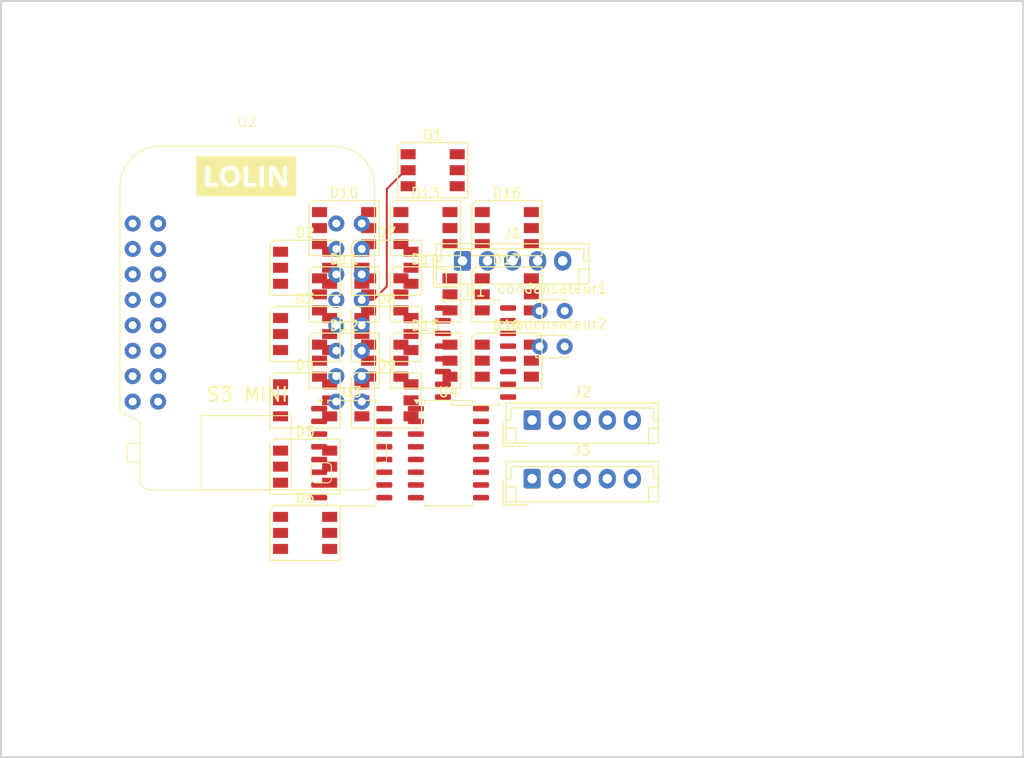
<source format=kicad_pcb>
(kicad_pcb (version 20241229) (generator "pcbnew") (generator_version "9.0")
  (layers (0 "F.Cu" signal) (2 "B.Cu" signal) (13 "F.Paste" user) (15 "B.Paste" user) (5 "F.SilkS" user "F.Silkscreen") (7 "B.SilkS" user "B.Silkscreen") (1 "F.Mask" user) (3 "B.Mask" user) (25 "Edge.Cuts" user))
  (net 0 "")
  (net 1 "GND")
  (net 2 "Net-(D1-DOUT)")
  (net 3 "Net-(D1-DIN)")
  (net 5 "Net-(D2-DOUT)")
  (net 10 "Net-(U2-GPIO15)")
  (net 11 "Net-(BT1--)")
  (net 13 "GPIO33")
  (net 15 "Net-(D10-DOUT)")
  (net 16 "Net-(D3-DOUT)")
  (net 20 "Net-(D4-DOUT)")
  (net 22 "Net-(D5-DOUT)")
  (net 29 "Net-(D6-DOUT)")
  (net 36 "Net-(D11-DOUT)")
  (net 38 "Net-(D7-DOUT)")
  (net 40 "Net-(D8-DOUT)")
  (net 46 "Net-(U1-O1)")
  (net 47 "Net-(U1-O4)")
  (net 48 "Net-(U1-O3)")
  (net 49 "Net-(U1-O2)")
  (net 50 "+5V")
  (net 51 "M1D")
  (net 55 "M1A")
  (net 56 "M1C")
  (net 60 "M1B")
  (net 62 "Net-(D12-DOUT)")
  (net 65 "Net-(D13-DOUT)")
  (net 68 "Net-(D14-DIN)")
  (net 70 "Net-(D14-DOUT)")
  (net 73 "Net-(D15-DOUT)")
  (net 78 "Net-(D17-DOUT)")
  (net 82 "Net-(U3-O1)")
  (net 83 "Net-(U3-O2)")
  (net 84 "Net-(U3-O3)")
  (net 85 "Net-(U3-O4)")
  (net 86 "Net-(U4-O1)")
  (net 87 "Net-(U4-O3)")
  (net 88 "Net-(U4-O2)")
  (net 89 "Net-(U4-O4)")
  (net 90 "Switch_Led_control_Down")
  (net 91 "M2A")
  (net 92 "M3C")
  (net 93 "M3B")
  (net 94 "Switch_motor_1_Down")
  (net 95 "M2B")
  (net 96 "Switch_motor_3_Down")
  (net 97 "Switch_motor_3_Up")
  (net 98 "WS2812_Led")
  (net 99 "Switch_motor_2_Up")
  (net 100 "Switch_motor_2_Down")
  (net 102 "Net-(BT1-+)")
  (net 103 "Switch_Led_control_Up")
  (net 104 "M3D")
  (net 106 "M2C")
  (net 107 "M3A")
  (net 108 "M2D")
  (net 109 "Switch_motor_1_Up")
  (footprint "LED_SMD:LED_WS2812_PLCC6_5.0x5.0mm_P1.6mm" (layer "F.Cu") (at 121.475 72.295)
    (property "Reference" "D17" (at 0 -3.5 0) (layer "F.SilkS"))
    (property "Value" "WS2812")
    (pad "1" smd rect (at -2.45 -1.6) (size 1.5 1) (layers "F.Cu" "F.Mask" "F.Paste") (net 78 "Net-(D17-DOUT)"))
    (pad "2" smd rect (at -2.45 0) (size 1.5 1) (layers "F.Cu" "F.Mask" "F.Paste") (net 70 "Net-(D14-DOUT)"))
    (pad "3" smd rect (at -2.45 1.6) (size 1.5 1) (layers "F.Cu" "F.Mask" "F.Paste"))
    (pad "4" smd rect (at 2.45 1.6) (size 1.5 1) (layers "F.Cu" "F.Mask" "F.Paste"))
    (pad "5" smd rect (at 2.45 0) (size 1.5 1) (layers "F.Cu" "F.Mask" "F.Paste") (net 50 "+5V"))
    (pad "6" smd rect (at 2.45 -1.6) (size 1.5 1) (layers "F.Cu" "F.Mask" "F.Paste") (net 1 "GND"))
  )
  (footprint "LED_SMD:LED_WS2812_PLCC6_5.0x5.0mm_P1.6mm" (layer "F.Cu") (at 101.345 82.875)
    (property "Reference" "D4" (at 0 -3.5 0) (layer "F.SilkS"))
    (property "Value" "WS2812")
    (pad "1" smd rect (at -2.45 -1.6) (size 1.5 1) (layers "F.Cu" "F.Mask" "F.Paste") (net 20 "Net-(D4-DOUT)"))
    (pad "2" smd rect (at -2.45 0) (size 1.5 1) (layers "F.Cu" "F.Mask" "F.Paste") (net 16 "Net-(D3-DOUT)"))
    (pad "3" smd rect (at -2.45 1.6) (size 1.5 1) (layers "F.Cu" "F.Mask" "F.Paste"))
    (pad "4" smd rect (at 2.45 1.6) (size 1.5 1) (layers "F.Cu" "F.Mask" "F.Paste"))
    (pad "5" smd rect (at 2.45 0) (size 1.5 1) (layers "F.Cu" "F.Mask" "F.Paste") (net 1 "GND"))
    (pad "6" smd rect (at 2.45 -1.6) (size 1.5 1) (layers "F.Cu" "F.Mask" "F.Paste") (net 1 "GND"))
  )
  (footprint "Capacitor_THT:C_Disc_D3.0mm_W2.0mm_P2.50mm" (layer "F.Cu") (at 124.75 73.95)
    (property "Reference" "condensateur1" (at 1.25 -2.25 0) (layer "F.SilkS"))
    (property "Value" "10uF")
    (pad "1" thru_hole circle (at 0 0) (size 1.6 1.6) (drill 0.8) (layers "*.Cu" "*.Mask") (net 10 "Net-(U2-GPIO15)"))
    (pad "2" thru_hole circle (at 2.5 0) (size 1.6 1.6) (drill 0.8) (layers "*.Cu" "*.Mask") (net 11 "Net-(BT1--)"))
  )
  (footprint "LED_SMD:LED_WS2812_PLCC6_5.0x5.0mm_P1.6mm" (layer "F.Cu") (at 101.345 69.635)
    (property "Reference" "D2" (at 0 -3.5 0) (layer "F.SilkS"))
    (property "Value" "WS2812")
    (pad "1" smd rect (at -2.45 -1.6) (size 1.5 1) (layers "F.Cu" "F.Mask" "F.Paste") (net 5 "Net-(D2-DOUT)"))
    (pad "2" smd rect (at -2.45 0) (size 1.5 1) (layers "F.Cu" "F.Mask" "F.Paste") (net 2 "Net-(D1-DOUT)"))
    (pad "3" smd rect (at -2.45 1.6) (size 1.5 1) (layers "F.Cu" "F.Mask" "F.Paste"))
    (pad "4" smd rect (at 2.45 1.6) (size 1.5 1) (layers "F.Cu" "F.Mask" "F.Paste"))
    (pad "5" smd rect (at 2.45 0) (size 1.5 1) (layers "F.Cu" "F.Mask" "F.Paste") (net 1 "GND"))
    (pad "6" smd rect (at 2.45 -1.6) (size 1.5 1) (layers "F.Cu" "F.Mask" "F.Paste") (net 1 "GND"))
  )
  (footprint "LED_SMD:LED_WS2812_PLCC6_5.0x5.0mm_P1.6mm" (layer "F.Cu") (at 114.075 59.895)
    (property "Reference" "D1" (at 0 -3.5 0) (layer "F.SilkS"))
    (property "Value" "WS2812")
    (pad "1" smd rect (at -2.45 -1.6) (size 1.5 1) (layers "F.Cu" "F.Mask" "F.Paste") (net 2 "Net-(D1-DOUT)"))
    (pad "2" smd rect (at -2.45 0) (size 1.5 1) (layers "F.Cu" "F.Mask" "F.Paste") (net 3 "Net-(D1-DIN)"))
    (pad "3" smd rect (at -2.45 1.6) (size 1.5 1) (layers "F.Cu" "F.Mask" "F.Paste"))
    (pad "4" smd rect (at 2.45 1.6) (size 1.5 1) (layers "F.Cu" "F.Mask" "F.Paste"))
    (pad "5" smd rect (at 2.45 0) (size 1.5 1) (layers "F.Cu" "F.Mask" "F.Paste") (net 1 "GND"))
    (pad "6" smd rect (at 2.45 -1.6) (size 1.5 1) (layers "F.Cu" "F.Mask" "F.Paste") (net 1 "GND"))
  )
  (footprint "Package_SO:SOIC-16_4.55x10.3mm_P1.27mm" (layer "F.Cu") (at 118.35 78.1)
    (property "Reference" "U1" (at 0 -6.1 0) (layer "F.SilkS"))
    (property "Value" "ULN2003")
    (pad "1" smd roundrect (at -3.25 -4.445) (size 1.6 0.55) (layers "F.Cu" "F.Mask" "F.Paste") (net 55 "M1A"))
    (pad "2" smd roundrect (at -3.25 -3.175) (size 1.6 0.55) (layers "F.Cu" "F.Mask" "F.Paste") (net 60 "M1B"))
    (pad "3" smd roundrect (at -3.25 -1.905) (size 1.6 0.55) (layers "F.Cu" "F.Mask" "F.Paste") (net 56 "M1C"))
    (pad "4" smd roundrect (at -3.25 -0.635) (size 1.6 0.55) (layers "F.Cu" "F.Mask" "F.Paste") (net 51 "M1D"))
    (pad "5" smd roundrect (at -3.25 0.635) (size 1.6 0.55) (layers "F.Cu" "F.Mask" "F.Paste"))
    (pad "6" smd roundrect (at -3.25 1.905) (size 1.6 0.55) (layers "F.Cu" "F.Mask" "F.Paste"))
    (pad "7" smd roundrect (at -3.25 3.175) (size 1.6 0.55) (layers "F.Cu" "F.Mask" "F.Paste"))
    (pad "8" smd roundrect (at -3.25 4.445) (size 1.6 0.55) (layers "F.Cu" "F.Mask" "F.Paste") (net 1 "GND"))
    (pad "9" smd roundrect (at 3.25 4.445) (size 1.6 0.55) (layers "F.Cu" "F.Mask" "F.Paste") (net 50 "+5V"))
    (pad "10" smd roundrect (at 3.25 3.175) (size 1.6 0.55) (layers "F.Cu" "F.Mask" "F.Paste"))
    (pad "11" smd roundrect (at 3.25 1.905) (size 1.6 0.55) (layers "F.Cu" "F.Mask" "F.Paste"))
    (pad "12" smd roundrect (at 3.25 0.635) (size 1.6 0.55) (layers "F.Cu" "F.Mask" "F.Paste"))
    (pad "13" smd roundrect (at 3.25 -0.635) (size 1.6 0.55) (layers "F.Cu" "F.Mask" "F.Paste") (net 47 "Net-(U1-O4)"))
    (pad "14" smd roundrect (at 3.25 -1.905) (size 1.6 0.55) (layers "F.Cu" "F.Mask" "F.Paste") (net 48 "Net-(U1-O3)"))
    (pad "15" smd roundrect (at 3.25 -3.175) (size 1.6 0.55) (layers "F.Cu" "F.Mask" "F.Paste") (net 49 "Net-(U1-O2)"))
    (pad "16" smd roundrect (at 3.25 -4.445) (size 1.6 0.55) (layers "F.Cu" "F.Mask" "F.Paste") (net 46 "Net-(U1-O1)"))
  )
  (footprint "LED_SMD:LED_WS2812_PLCC6_5.0x5.0mm_P1.6mm" (layer "F.Cu") (at 105.235 78.915)
    (property "Reference" "D12" (at 0 -3.5 0) (layer "F.SilkS"))
    (property "Value" "WS2812")
    (pad "1" smd rect (at -2.45 -1.6) (size 1.5 1) (layers "F.Cu" "F.Mask" "F.Paste") (net 62 "Net-(D12-DOUT)"))
    (pad "2" smd rect (at -2.45 0) (size 1.5 1) (layers "F.Cu" "F.Mask" "F.Paste") (net 36 "Net-(D11-DOUT)"))
    (pad "3" smd rect (at -2.45 1.6) (size 1.5 1) (layers "F.Cu" "F.Mask" "F.Paste"))
    (pad "4" smd rect (at 2.45 1.6) (size 1.5 1) (layers "F.Cu" "F.Mask" "F.Paste"))
    (pad "5" smd rect (at 2.45 0) (size 1.5 1) (layers "F.Cu" "F.Mask" "F.Paste") (net 50 "+5V"))
    (pad "6" smd rect (at 2.45 -1.6) (size 1.5 1) (layers "F.Cu" "F.Mask" "F.Paste") (net 1 "GND"))
  )
  (footprint "Package_SO:SOIC-16_4.55x10.3mm_P1.27mm" (layer "F.Cu") (at 115.65 88.15)
    (property "Reference" "U4" (at 0 -6.1 0) (layer "F.SilkS"))
    (property "Value" "ULN2003")
    (pad "1" smd roundrect (at -3.25 -4.445) (size 1.6 0.55) (layers "F.Cu" "F.Mask" "F.Paste") (net 107 "M3A"))
    (pad "2" smd roundrect (at -3.25 -3.175) (size 1.6 0.55) (layers "F.Cu" "F.Mask" "F.Paste") (net 93 "M3B"))
    (pad "3" smd roundrect (at -3.25 -1.905) (size 1.6 0.55) (layers "F.Cu" "F.Mask" "F.Paste") (net 92 "M3C"))
    (pad "4" smd roundrect (at -3.25 -0.635) (size 1.6 0.55) (layers "F.Cu" "F.Mask" "F.Paste") (net 104 "M3D"))
    (pad "5" smd roundrect (at -3.25 0.635) (size 1.6 0.55) (layers "F.Cu" "F.Mask" "F.Paste"))
    (pad "6" smd roundrect (at -3.25 1.905) (size 1.6 0.55) (layers "F.Cu" "F.Mask" "F.Paste"))
    (pad "7" smd roundrect (at -3.25 3.175) (size 1.6 0.55) (layers "F.Cu" "F.Mask" "F.Paste"))
    (pad "8" smd roundrect (at -3.25 4.445) (size 1.6 0.55) (layers "F.Cu" "F.Mask" "F.Paste") (net 1 "GND"))
    (pad "9" smd roundrect (at 3.25 4.445) (size 1.6 0.55) (layers "F.Cu" "F.Mask" "F.Paste") (net 50 "+5V"))
    (pad "10" smd roundrect (at 3.25 3.175) (size 1.6 0.55) (layers "F.Cu" "F.Mask" "F.Paste"))
    (pad "11" smd roundrect (at 3.25 1.905) (size 1.6 0.55) (layers "F.Cu" "F.Mask" "F.Paste"))
    (pad "12" smd roundrect (at 3.25 0.635) (size 1.6 0.55) (layers "F.Cu" "F.Mask" "F.Paste"))
    (pad "13" smd roundrect (at 3.25 -0.635) (size 1.6 0.55) (layers "F.Cu" "F.Mask" "F.Paste") (net 89 "Net-(U4-O4)"))
    (pad "14" smd roundrect (at 3.25 -1.905) (size 1.6 0.55) (layers "F.Cu" "F.Mask" "F.Paste") (net 87 "Net-(U4-O3)"))
    (pad "15" smd roundrect (at 3.25 -3.175) (size 1.6 0.55) (layers "F.Cu" "F.Mask" "F.Paste") (net 88 "Net-(U4-O2)"))
    (pad "16" smd roundrect (at 3.25 -4.445) (size 1.6 0.55) (layers "F.Cu" "F.Mask" "F.Paste") (net 86 "Net-(U4-O1)"))
  )
  (footprint "LED_SMD:LED_WS2812_PLCC6_5.0x5.0mm_P1.6mm" (layer "F.Cu") (at 101.345 89.495)
    (property "Reference" "D5" (at 0 -3.5 0) (layer "F.SilkS"))
    (property "Value" "WS2812")
    (pad "1" smd rect (at -2.45 -1.6) (size 1.5 1) (layers "F.Cu" "F.Mask" "F.Paste") (net 22 "Net-(D5-DOUT)"))
    (pad "2" smd rect (at -2.45 0) (size 1.5 1) (layers "F.Cu" "F.Mask" "F.Paste") (net 20 "Net-(D4-DOUT)"))
    (pad "3" smd rect (at -2.45 1.6) (size 1.5 1) (layers "F.Cu" "F.Mask" "F.Paste"))
    (pad "4" smd rect (at 2.45 1.6) (size 1.5 1) (layers "F.Cu" "F.Mask" "F.Paste"))
    (pad "5" smd rect (at 2.45 0) (size 1.5 1) (layers "F.Cu" "F.Mask" "F.Paste") (net 1 "GND"))
    (pad "6" smd rect (at 2.45 -1.6) (size 1.5 1) (layers "F.Cu" "F.Mask" "F.Paste") (net 1 "GND"))
  )
  (footprint "LED_SMD:LED_WS2812_PLCC6_5.0x5.0mm_P1.6mm" (layer "F.Cu") (at 113.355 65.675)
    (property "Reference" "D13" (at 0 -3.5 0) (layer "F.SilkS"))
    (property "Value" "WS2812")
    (pad "1" smd rect (at -2.45 -1.6) (size 1.5 1) (layers "F.Cu" "F.Mask" "F.Paste") (net 65 "Net-(D13-DOUT)"))
    (pad "2" smd rect (at -2.45 0) (size 1.5 1) (layers "F.Cu" "F.Mask" "F.Paste") (net 62 "Net-(D12-DOUT)"))
    (pad "3" smd rect (at -2.45 1.6) (size 1.5 1) (layers "F.Cu" "F.Mask" "F.Paste"))
    (pad "4" smd rect (at 2.45 1.6) (size 1.5 1) (layers "F.Cu" "F.Mask" "F.Paste"))
    (pad "5" smd rect (at 2.45 0) (size 1.5 1) (layers "F.Cu" "F.Mask" "F.Paste") (net 50 "+5V"))
    (pad "6" smd rect (at 2.45 -1.6) (size 1.5 1) (layers "F.Cu" "F.Mask" "F.Paste") (net 1 "GND"))
  )
  (footprint "LED_SMD:LED_WS2812_PLCC6_5.0x5.0mm_P1.6mm" (layer "F.Cu") (at 101.345 96.115)
    (property "Reference" "D6" (at 0 -3.5 0) (layer "F.SilkS"))
    (property "Value" "WS2812")
    (pad "1" smd rect (at -2.45 -1.6) (size 1.5 1) (layers "F.Cu" "F.Mask" "F.Paste") (net 29 "Net-(D6-DOUT)"))
    (pad "2" smd rect (at -2.45 0) (size 1.5 1) (layers "F.Cu" "F.Mask" "F.Paste") (net 22 "Net-(D5-DOUT)"))
    (pad "3" smd rect (at -2.45 1.6) (size 1.5 1) (layers "F.Cu" "F.Mask" "F.Paste"))
    (pad "4" smd rect (at 2.45 1.6) (size 1.5 1) (layers "F.Cu" "F.Mask" "F.Paste"))
    (pad "5" smd rect (at 2.45 0) (size 1.5 1) (layers "F.Cu" "F.Mask" "F.Paste") (net 1 "GND"))
    (pad "6" smd rect (at 2.45 -1.6) (size 1.5 1) (layers "F.Cu" "F.Mask" "F.Paste") (net 1 "GND"))
  )
  (footprint "LED_SMD:LED_WS2812_PLCC6_5.0x5.0mm_P1.6mm" (layer "F.Cu") (at 101.345 76.255)
    (property "Reference" "D3" (at 0 -3.5 0) (layer "F.SilkS"))
    (property "Value" "WS2812")
    (pad "1" smd rect (at -2.45 -1.6) (size 1.5 1) (layers "F.Cu" "F.Mask" "F.Paste") (net 16 "Net-(D3-DOUT)"))
    (pad "2" smd rect (at -2.45 0) (size 1.5 1) (layers "F.Cu" "F.Mask" "F.Paste") (net 5 "Net-(D2-DOUT)"))
    (pad "3" smd rect (at -2.45 1.6) (size 1.5 1) (layers "F.Cu" "F.Mask" "F.Paste"))
    (pad "4" smd rect (at 2.45 1.6) (size 1.5 1) (layers "F.Cu" "F.Mask" "F.Paste"))
    (pad "5" smd rect (at 2.45 0) (size 1.5 1) (layers "F.Cu" "F.Mask" "F.Paste") (net 1 "GND"))
    (pad "6" smd rect (at 2.45 -1.6) (size 1.5 1) (layers "F.Cu" "F.Mask" "F.Paste") (net 1 "GND"))
  )
  (footprint "LED_SMD:LED_WS2812_PLCC6_5.0x5.0mm_P1.6mm" (layer "F.Cu") (at 121.475 65.675)
    (property "Reference" "D16" (at 0 -3.5 0) (layer "F.SilkS"))
    (property "Value" "WS2812")
    (pad "1" smd rect (at -2.45 -1.6) (size 1.5 1) (layers "F.Cu" "F.Mask" "F.Paste") (net 68 "Net-(D14-DIN)"))
    (pad "2" smd rect (at -2.45 0) (size 1.5 1) (layers "F.Cu" "F.Mask" "F.Paste") (net 73 "Net-(D15-DOUT)"))
    (pad "3" smd rect (at -2.45 1.6) (size 1.5 1) (layers "F.Cu" "F.Mask" "F.Paste"))
    (pad "4" smd rect (at 2.45 1.6) (size 1.5 1) (layers "F.Cu" "F.Mask" "F.Paste"))
    (pad "5" smd rect (at 2.45 0) (size 1.5 1) (layers "F.Cu" "F.Mask" "F.Paste") (net 50 "+5V"))
    (pad "6" smd rect (at 2.45 -1.6) (size 1.5 1) (layers "F.Cu" "F.Mask" "F.Paste") (net 1 "GND"))
  )
  (footprint "Weemos:S3 Mini" (layer "F.Cu") (at 95.57 74.11)
    (property "Reference" "U2" (at 0 -19.05 0) (layer "F.SilkS") (effects (font (thickness 0.1))))
    (property "Value" "~")
    (fp_text user "S3 MINI" (at 0 9 0) (layer "F.SilkS") (effects (font (size 1.4 1.4) (thickness 0.2)) (justify bottom)))
    (pad "1" thru_hole circle (at -11.43 -8.89) (size 1.6 1.6) (drill 0.8) (layers "*.Cu" "*.Mask"))
    (pad "2" thru_hole circle (at -8.89 -8.89) (size 1.6 1.6) (drill 0.8) (layers "*.Cu" "*.Mask") (net 55 "M1A"))
    (pad "3" thru_hole circle (at -11.43 -6.35) (size 1.6 1.6) (drill 0.8) (layers "*.Cu" "*.Mask"))
    (pad "4" thru_hole circle (at -8.89 -6.35) (size 1.6 1.6) (drill 0.8) (layers "*.Cu" "*.Mask"))
    (pad "5" thru_hole circle (at -11.43 -3.81) (size 1.6 1.6) (drill 0.8) (layers "*.Cu" "*.Mask") (net 60 "M1B"))
    (pad "6" thru_hole circle (at -8.89 -3.81) (size 1.6 1.6) (drill 0.8) (layers "*.Cu" "*.Mask") (net 56 "M1C"))
    (pad "7" thru_hole circle (at -11.43 -1.27) (size 1.6 1.6) (drill 0.8) (layers "*.Cu" "*.Mask") (net 51 "M1D"))
    (pad "8" thru_hole circle (at -8.89 -1.27) (size 1.6 1.6) (drill 0.8) (layers "*.Cu" "*.Mask") (net 91 "M2A"))
    (pad "9" thru_hole circle (at -11.43 1.27) (size 1.6 1.6) (drill 0.8) (layers "*.Cu" "*.Mask") (net 95 "M2B"))
    (pad "10" thru_hole circle (at -8.89 1.27) (size 1.6 1.6) (drill 0.8) (layers "*.Cu" "*.Mask") (net 106 "M2C"))
    (pad "11" thru_hole circle (at -11.43 3.81) (size 1.6 1.6) (drill 0.8) (layers "*.Cu" "*.Mask") (net 108 "M2D"))
    (pad "12" thru_hole circle (at -8.89 3.81) (size 1.6 1.6) (drill 0.8) (layers "*.Cu" "*.Mask") (net 107 "M3A"))
    (pad "13" thru_hole circle (at -11.43 6.35) (size 1.6 1.6) (drill 0.8) (layers "*.Cu" "*.Mask") (net 93 "M3B"))
    (pad "14" thru_hole circle (at -8.89 6.35) (size 1.6 1.6) (drill 0.8) (layers "*.Cu" "*.Mask") (net 92 "M3C"))
    (pad "15" thru_hole circle (at -11.43 8.89) (size 1.6 1.6) (drill 0.8) (layers "*.Cu" "*.Mask") (net 102 "Net-(BT1-+)"))
    (pad "16" thru_hole circle (at -8.89 8.89) (size 1.6 1.6) (drill 0.8) (layers "*.Cu" "*.Mask") (net 104 "M3D"))
    (pad "17" thru_hole circle (at 8.89 -8.89) (size 1.6 1.6) (drill 0.8) (layers "*.Cu" "*.Mask") (net 98 "WS2812_Led"))
    (pad "18" thru_hole circle (at 11.43 -8.89) (size 1.6 1.6) (drill 0.8) (layers "*.Cu" "*.Mask"))
    (pad "19" thru_hole circle (at 8.89 -6.35) (size 1.6 1.6) (drill 0.8) (layers "*.Cu" "*.Mask"))
    (pad "20" thru_hole circle (at 11.43 -6.35) (size 1.6 1.6) (drill 0.8) (layers "*.Cu" "*.Mask"))
    (pad "21" thru_hole circle (at 8.89 -3.81) (size 1.6 1.6) (drill 0.8) (layers "*.Cu" "*.Mask") (net 97 "Switch_motor_3_Up"))
    (pad "22" thru_hole circle (at 11.43 -3.81) (size 1.6 1.6) (drill 0.8) (layers "*.Cu" "*.Mask") (net 96 "Switch_motor_3_Down"))
    (pad "23" thru_hole circle (at 8.89 -1.27) (size 1.6 1.6) (drill 0.8) (layers "*.Cu" "*.Mask") (net 99 "Switch_motor_2_Up"))
    (pad "24" thru_hole circle (at 11.43 -1.27) (size 1.6 1.6) (drill 0.8) (layers "*.Cu" "*.Mask") (net 100 "Switch_motor_2_Down"))
    (pad "25" thru_hole circle (at 8.89 1.27) (size 1.6 1.6) (drill 0.8) (layers "*.Cu" "*.Mask") (net 109 "Switch_motor_1_Up"))
    (pad "26" thru_hole circle (at 11.43 1.27) (size 1.6 1.6) (drill 0.8) (layers "*.Cu" "*.Mask") (net 94 "Switch_motor_1_Down"))
    (pad "27" thru_hole circle (at 8.89 3.81) (size 1.6 1.6) (drill 0.8) (layers "*.Cu" "*.Mask") (net 103 "Switch_Led_control_Up"))
    (pad "28" thru_hole circle (at 11.43 3.81) (size 1.6 1.6) (drill 0.8) (layers "*.Cu" "*.Mask") (net 90 "Switch_Led_control_Down"))
    (pad "29" thru_hole circle (at 8.89 6.35) (size 1.6 1.6) (drill 0.8) (layers "*.Cu" "*.Mask"))
    (pad "30" thru_hole circle (at 11.43 6.35) (size 1.6 1.6) (drill 0.8) (layers "*.Cu" "*.Mask"))
    (pad "31" thru_hole circle (at 8.89 8.89) (size 1.6 1.6) (drill 0.8) (layers "*.Cu" "*.Mask") (net 10 "Net-(U2-GPIO15)"))
    (pad "32" thru_hole circle (at 11.43 8.89) (size 1.6 1.6) (drill 0.8) (layers "*.Cu" "*.Mask"))
  )
  (footprint "LED_SMD:LED_WS2812_PLCC6_5.0x5.0mm_P1.6mm" (layer "F.Cu") (at 109.465 76.255)
    (property "Reference" "D8" (at 0 -3.5 0) (layer "F.SilkS"))
    (property "Value" "WS2812")
    (pad "1" smd rect (at -2.45 -1.6) (size 1.5 1) (layers "F.Cu" "F.Mask" "F.Paste") (net 40 "Net-(D8-DOUT)"))
    (pad "2" smd rect (at -2.45 0) (size 1.5 1) (layers "F.Cu" "F.Mask" "F.Paste") (net 38 "Net-(D7-DOUT)"))
    (pad "3" smd rect (at -2.45 1.6) (size 1.5 1) (layers "F.Cu" "F.Mask" "F.Paste"))
    (pad "4" smd rect (at 2.45 1.6) (size 1.5 1) (layers "F.Cu" "F.Mask" "F.Paste"))
    (pad "5" smd rect (at 2.45 0) (size 1.5 1) (layers "F.Cu" "F.Mask" "F.Paste") (net 1 "GND"))
    (pad "6" smd rect (at 2.45 -1.6) (size 1.5 1) (layers "F.Cu" "F.Mask" "F.Paste") (net 1 "GND"))
  )
  (footprint "LED_SMD:LED_WS2812_PLCC6_5.0x5.0mm_P1.6mm" (layer "F.Cu") (at 109.465 82.875)
    (property "Reference" "D9" (at 0 -3.5 0) (layer "F.SilkS"))
    (property "Value" "WS2812")
    (pad "1" smd rect (at -2.45 -1.6) (size 1.5 1) (layers "F.Cu" "F.Mask" "F.Paste"))
    (pad "2" smd rect (at -2.45 0) (size 1.5 1) (layers "F.Cu" "F.Mask" "F.Paste") (net 40 "Net-(D8-DOUT)"))
    (pad "3" smd rect (at -2.45 1.6) (size 1.5 1) (layers "F.Cu" "F.Mask" "F.Paste"))
    (pad "4" smd rect (at 2.45 1.6) (size 1.5 1) (layers "F.Cu" "F.Mask" "F.Paste"))
    (pad "5" smd rect (at 2.45 0) (size 1.5 1) (layers "F.Cu" "F.Mask" "F.Paste") (net 1 "GND"))
    (pad "6" smd rect (at 2.45 -1.6) (size 1.5 1) (layers "F.Cu" "F.Mask" "F.Paste") (net 1 "GND"))
  )
  (footprint "Package_SO:SOIC-16_4.55x10.3mm_P1.27mm" (layer "F.Cu") (at 106 88.15)
    (property "Reference" "U3" (at 0 -6.1 0) (layer "F.SilkS"))
    (property "Value" "ULN2003")
    (pad "1" smd roundrect (at -3.25 -4.445) (size 1.6 0.55) (layers "F.Cu" "F.Mask" "F.Paste") (net 91 "M2A"))
    (pad "2" smd roundrect (at -3.25 -3.175) (size 1.6 0.55) (layers "F.Cu" "F.Mask" "F.Paste") (net 95 "M2B"))
    (pad "3" smd roundrect (at -3.25 -1.905) (size 1.6 0.55) (layers "F.Cu" "F.Mask" "F.Paste") (net 106 "M2C"))
    (pad "4" smd roundrect (at -3.25 -0.635) (size 1.6 0.55) (layers "F.Cu" "F.Mask" "F.Paste") (net 108 "M2D"))
    (pad "5" smd roundrect (at -3.25 0.635) (size 1.6 0.55) (layers "F.Cu" "F.Mask" "F.Paste"))
    (pad "6" smd roundrect (at -3.25 1.905) (size 1.6 0.55) (layers "F.Cu" "F.Mask" "F.Paste"))
    (pad "7" smd roundrect (at -3.25 3.175) (size 1.6 0.55) (layers "F.Cu" "F.Mask" "F.Paste"))
    (pad "8" smd roundrect (at -3.25 4.445) (size 1.6 0.55) (layers "F.Cu" "F.Mask" "F.Paste") (net 1 "GND"))
    (pad "9" smd roundrect (at 3.25 4.445) (size 1.6 0.55) (layers "F.Cu" "F.Mask" "F.Paste") (net 50 "+5V"))
    (pad "10" smd roundrect (at 3.25 3.175) (size 1.6 0.55) (layers "F.Cu" "F.Mask" "F.Paste"))
    (pad "11" smd roundrect (at 3.25 1.905) (size 1.6 0.55) (layers "F.Cu" "F.Mask" "F.Paste"))
    (pad "12" smd roundrect (at 3.25 0.635) (size 1.6 0.55) (layers "F.Cu" "F.Mask" "F.Paste"))
    (pad "13" smd roundrect (at 3.25 -0.635) (size 1.6 0.55) (layers "F.Cu" "F.Mask" "F.Paste") (net 85 "Net-(U3-O4)"))
    (pad "14" smd roundrect (at 3.25 -1.905) (size 1.6 0.55) (layers "F.Cu" "F.Mask" "F.Paste") (net 84 "Net-(U3-O3)"))
    (pad "15" smd roundrect (at 3.25 -3.175) (size 1.6 0.55) (layers "F.Cu" "F.Mask" "F.Paste") (net 83 "Net-(U3-O2)"))
    (pad "16" smd roundrect (at 3.25 -4.445) (size 1.6 0.55) (layers "F.Cu" "F.Mask" "F.Paste") (net 82 "Net-(U3-O1)"))
  )
  (footprint "Connector_JST:JST_EH_B5B-EH-A_1x05_P2.50mm_Vertical" (layer "F.Cu") (at 117.05 68.95)
    (property "Reference" "J1" (at 5 -2.8 0) (layer "F.SilkS"))
    (property "Value" "JST_05")
    (pad "1" thru_hole roundrect (at 0 0) (size 1.7 1.95) (drill 0.95) (layers "*.Cu" "*.Mask") (roundrect_rratio 0.147059) (net 50 "+5V"))
    (pad "2" thru_hole oval (at 2.5 0) (size 1.7 1.95) (drill 0.95) (layers "*.Cu" "*.Mask") (net 46 "Net-(U1-O1)"))
    (pad "3" thru_hole oval (at 5 0) (size 1.7 1.95) (drill 0.95) (layers "*.Cu" "*.Mask") (net 49 "Net-(U1-O2)"))
    (pad "4" thru_hole oval (at 7.5 0) (size 1.7 1.95) (drill 0.95) (layers "*.Cu" "*.Mask") (net 48 "Net-(U1-O3)"))
    (pad "5" thru_hole oval (at 10 0) (size 1.7 1.95) (drill 0.95) (layers "*.Cu" "*.Mask") (net 47 "Net-(U1-O4)"))
  )
  (footprint "LED_SMD:LED_WS2812_PLCC6_5.0x5.0mm_P1.6mm" (layer "F.Cu") (at 121.475 78.915)
    (property "Reference" "D18" (at 0 -3.5 0) (layer "F.SilkS"))
    (property "Value" "WS2812")
    (pad "1" smd rect (at -2.45 -1.6) (size 1.5 1) (layers "F.Cu" "F.Mask" "F.Paste"))
    (pad "2" smd rect (at -2.45 0) (size 1.5 1) (layers "F.Cu" "F.Mask" "F.Paste") (net 78 "Net-(D17-DOUT)"))
    (pad "3" smd rect (at -2.45 1.6) (size 1.5 1) (layers "F.Cu" "F.Mask" "F.Paste"))
    (pad "4" smd rect (at 2.45 1.6) (size 1.5 1) (layers "F.Cu" "F.Mask" "F.Paste"))
    (pad "5" smd rect (at 2.45 0) (size 1.5 1) (layers "F.Cu" "F.Mask" "F.Paste") (net 50 "+5V"))
    (pad "6" smd rect (at 2.45 -1.6) (size 1.5 1) (layers "F.Cu" "F.Mask" "F.Paste") (net 1 "GND"))
  )
  (footprint "LED_SMD:LED_WS2812_PLCC6_5.0x5.0mm_P1.6mm" (layer "F.Cu") (at 109.465 69.635)
    (property "Reference" "D7" (at 0 -3.5 0) (layer "F.SilkS"))
    (property "Value" "WS2812")
    (pad "1" smd rect (at -2.45 -1.6) (size 1.5 1) (layers "F.Cu" "F.Mask" "F.Paste") (net 38 "Net-(D7-DOUT)"))
    (pad "2" smd rect (at -2.45 0) (size 1.5 1) (layers "F.Cu" "F.Mask" "F.Paste") (net 29 "Net-(D6-DOUT)"))
    (pad "3" smd rect (at -2.45 1.6) (size 1.5 1) (layers "F.Cu" "F.Mask" "F.Paste"))
    (pad "4" smd rect (at 2.45 1.6) (size 1.5 1) (layers "F.Cu" "F.Mask" "F.Paste"))
    (pad "5" smd rect (at 2.45 0) (size 1.5 1) (layers "F.Cu" "F.Mask" "F.Paste") (net 1 "GND"))
    (pad "6" smd rect (at 2.45 -1.6) (size 1.5 1) (layers "F.Cu" "F.Mask" "F.Paste") (net 1 "GND"))
  )
  (footprint "LED_SMD:LED_WS2812_PLCC6_5.0x5.0mm_P1.6mm" (layer "F.Cu") (at 105.235 72.295)
    (property "Reference" "D11" (at 0 -3.5 0) (layer "F.SilkS"))
    (property "Value" "WS2812")
    (pad "1" smd rect (at -2.45 -1.6) (size 1.5 1) (layers "F.Cu" "F.Mask" "F.Paste") (net 36 "Net-(D11-DOUT)"))
    (pad "2" smd rect (at -2.45 0) (size 1.5 1) (layers "F.Cu" "F.Mask" "F.Paste") (net 15 "Net-(D10-DOUT)"))
    (pad "3" smd rect (at -2.45 1.6) (size 1.5 1) (layers "F.Cu" "F.Mask" "F.Paste"))
    (pad "4" smd rect (at 2.45 1.6) (size 1.5 1) (layers "F.Cu" "F.Mask" "F.Paste"))
    (pad "5" smd rect (at 2.45 0) (size 1.5 1) (layers "F.Cu" "F.Mask" "F.Paste") (net 50 "+5V"))
    (pad "6" smd rect (at 2.45 -1.6) (size 1.5 1) (layers "F.Cu" "F.Mask" "F.Paste") (net 1 "GND"))
  )
  (footprint "LED_SMD:LED_WS2812_PLCC6_5.0x5.0mm_P1.6mm" (layer "F.Cu") (at 105.235 65.675)
    (property "Reference" "D10" (at 0 -3.5 0) (layer "F.SilkS"))
    (property "Value" "WS2812")
    (pad "1" smd rect (at -2.45 -1.6) (size 1.5 1) (layers "F.Cu" "F.Mask" "F.Paste") (net 15 "Net-(D10-DOUT)"))
    (pad "2" smd rect (at -2.45 0) (size 1.5 1) (layers "F.Cu" "F.Mask" "F.Paste") (net 13 "GPIO33"))
    (pad "3" smd rect (at -2.45 1.6) (size 1.5 1) (layers "F.Cu" "F.Mask" "F.Paste"))
    (pad "4" smd rect (at 2.45 1.6) (size 1.5 1) (layers "F.Cu" "F.Mask" "F.Paste"))
    (pad "5" smd rect (at 2.45 0) (size 1.5 1) (layers "F.Cu" "F.Mask" "F.Paste") (net 50 "+5V"))
    (pad "6" smd rect (at 2.45 -1.6) (size 1.5 1) (layers "F.Cu" "F.Mask" "F.Paste") (net 1 "GND"))
  )
  (footprint "Connector_JST:JST_EH_B5B-EH-A_1x05_P2.50mm_Vertical" (layer "F.Cu") (at 124 90.7)
    (property "Reference" "J3" (at 5 -2.8 0) (layer "F.SilkS"))
    (property "Value" "JST_05")
    (pad "1" thru_hole roundrect (at 0 0) (size 1.7 1.95) (drill 0.95) (layers "*.Cu" "*.Mask") (roundrect_rratio 0.147059) (net 50 "+5V"))
    (pad "2" thru_hole oval (at 2.5 0) (size 1.7 1.95) (drill 0.95) (layers "*.Cu" "*.Mask") (net 86 "Net-(U4-O1)"))
    (pad "3" thru_hole oval (at 5 0) (size 1.7 1.95) (drill 0.95) (layers "*.Cu" "*.Mask") (net 88 "Net-(U4-O2)"))
    (pad "4" thru_hole oval (at 7.5 0) (size 1.7 1.95) (drill 0.95) (layers "*.Cu" "*.Mask") (net 87 "Net-(U4-O3)"))
    (pad "5" thru_hole oval (at 10 0) (size 1.7 1.95) (drill 0.95) (layers "*.Cu" "*.Mask") (net 89 "Net-(U4-O4)"))
  )
  (footprint "Capacitor_THT:C_Disc_D3.0mm_W2.0mm_P2.50mm" (layer "F.Cu") (at 124.75 77.5)
    (property "Reference" "condensateur2" (at 1.25 -2.25 0) (layer "F.SilkS"))
    (property "Value" "100nF")
    (pad "1" thru_hole circle (at 0 0) (size 1.6 1.6) (drill 0.8) (layers "*.Cu" "*.Mask") (net 10 "Net-(U2-GPIO15)"))
    (pad "2" thru_hole circle (at 2.5 0) (size 1.6 1.6) (drill 0.8) (layers "*.Cu" "*.Mask") (net 11 "Net-(BT1--)"))
  )
  (footprint "LED_SMD:LED_WS2812_PLCC6_5.0x5.0mm_P1.6mm" (layer "F.Cu") (at 113.355 78.915)
    (property "Reference" "D15" (at 0 -3.5 0) (layer "F.SilkS"))
    (property "Value" "WS2812")
    (pad "1" smd rect (at -2.45 -1.6) (size 1.5 1) (layers "F.Cu" "F.Mask" "F.Paste") (net 73 "Net-(D15-DOUT)"))
    (pad "2" smd rect (at -2.45 0) (size 1.5 1) (layers "F.Cu" "F.Mask" "F.Paste") (net 65 "Net-(D13-DOUT)"))
    (pad "3" smd rect (at -2.45 1.6) (size 1.5 1) (layers "F.Cu" "F.Mask" "F.Paste"))
    (pad "4" smd rect (at 2.45 1.6) (size 1.5 1) (layers "F.Cu" "F.Mask" "F.Paste"))
    (pad "5" smd rect (at 2.45 0) (size 1.5 1) (layers "F.Cu" "F.Mask" "F.Paste") (net 50 "+5V"))
    (pad "6" smd rect (at 2.45 -1.6) (size 1.5 1) (layers "F.Cu" "F.Mask" "F.Paste") (net 1 "GND"))
  )
  (footprint "LED_SMD:LED_WS2812_PLCC6_5.0x5.0mm_P1.6mm" (layer "F.Cu") (at 113.355 72.295)
    (property "Reference" "D14" (at 0 -3.5 0) (layer "F.SilkS"))
    (property "Value" "WS2812")
    (pad "1" smd rect (at -2.45 -1.6) (size 1.5 1) (layers "F.Cu" "F.Mask" "F.Paste") (net 70 "Net-(D14-DOUT)"))
    (pad "2" smd rect (at -2.45 0) (size 1.5 1) (layers "F.Cu" "F.Mask" "F.Paste") (net 68 "Net-(D14-DIN)"))
    (pad "3" smd rect (at -2.45 1.6) (size 1.5 1) (layers "F.Cu" "F.Mask" "F.Paste"))
    (pad "4" smd rect (at 2.45 1.6) (size 1.5 1) (layers "F.Cu" "F.Mask" "F.Paste"))
    (pad "5" smd rect (at 2.45 0) (size 1.5 1) (layers "F.Cu" "F.Mask" "F.Paste") (net 50 "+5V"))
    (pad "6" smd rect (at 2.45 -1.6) (size 1.5 1) (layers "F.Cu" "F.Mask" "F.Paste") (net 1 "GND"))
  )
  (footprint "Connector_JST:JST_EH_B5B-EH-A_1x05_P2.50mm_Vertical" (layer "F.Cu") (at 124 84.85)
    (property "Reference" "J2" (at 5 -2.8 0) (layer "F.SilkS"))
    (property "Value" "JST_05")
    (pad "1" thru_hole roundrect (at 0 0) (size 1.7 1.95) (drill 0.95) (layers "*.Cu" "*.Mask") (roundrect_rratio 0.147059) (net 50 "+5V"))
    (pad "2" thru_hole oval (at 2.5 0) (size 1.7 1.95) (drill 0.95) (layers "*.Cu" "*.Mask") (net 82 "Net-(U3-O1)"))
    (pad "3" thru_hole oval (at 5 0) (size 1.7 1.95) (drill 0.95) (layers "*.Cu" "*.Mask") (net 83 "Net-(U3-O2)"))
    (pad "4" thru_hole oval (at 7.5 0) (size 1.7 1.95) (drill 0.95) (layers "*.Cu" "*.Mask") (net 84 "Net-(U3-O3)"))
    (pad "5" thru_hole oval (at 10 0) (size 1.7 1.95) (drill 0.95) (layers "*.Cu" "*.Mask") (net 85 "Net-(U3-O4)"))
  )
  (gr_rect (start 71 43) (end 173 118.5) (stroke (width 0.2)) (fill no) (layer "Edge.Cuts"))
  (segment (start 107 72.84) (end 108.16 72.84) (width 0.2) (layer "F.Cu") (net 3))
  (segment (start 111.375 59.895) (end 111.625 59.895) (width 0.2) (layer "F.Cu") (net 3))
  (segment (start 108.16 72.84) (end 109.5 71.5) (width 0.2) (layer "F.Cu") (net 3))
  (segment (start 109.5 71.5) (end 109.5 61.77) (width 0.2) (layer "F.Cu") (net 3))
  (segment (start 109.5 61.77) (end 111.375 59.895) (width 0.2) (layer "F.Cu") (net 3))
)
</source>
